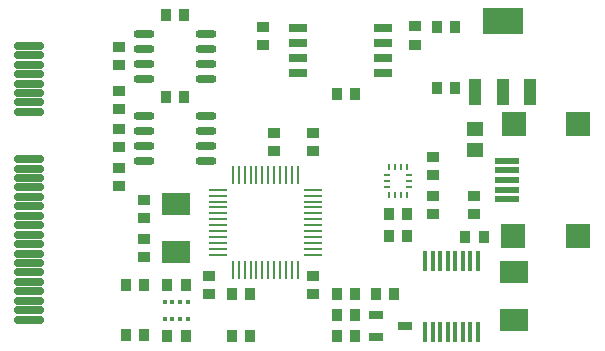
<source format=gbp>
G04*
G04 #@! TF.GenerationSoftware,Altium Limited,Altium Designer,19.0.4 (130)*
G04*
G04 Layer_Color=128*
%FSLAX25Y25*%
%MOIN*%
G70*
G01*
G75*
%ADD17R,0.03858X0.03661*%
%ADD19R,0.03661X0.03858*%
G04:AMPARAMS|DCode=24|XSize=23.62mil|YSize=100.39mil|CornerRadius=0mil|HoleSize=0mil|Usage=FLASHONLY|Rotation=270.000|XOffset=0mil|YOffset=0mil|HoleType=Round|Shape=Octagon|*
%AMOCTAGOND24*
4,1,8,0.05020,0.00591,0.05020,-0.00591,0.04429,-0.01181,-0.04429,-0.01181,-0.05020,-0.00591,-0.05020,0.00591,-0.04429,0.01181,0.04429,0.01181,0.05020,0.00591,0.0*
%
%ADD24OCTAGOND24*%

%ADD54R,0.01600X0.07100*%
%ADD55R,0.04921X0.02756*%
%ADD56R,0.09449X0.07480*%
%ADD57R,0.06496X0.02559*%
%ADD58R,0.05787X0.04567*%
%ADD59O,0.07087X0.02756*%
%ADD60R,0.00984X0.01870*%
%ADD61R,0.01870X0.00984*%
%ADD62R,0.01772X0.01772*%
%ADD63R,0.07874X0.07874*%
%ADD64R,0.08000X0.07874*%
%ADD65R,0.07874X0.02047*%
%ADD66R,0.03937X0.08661*%
%ADD67R,0.13780X0.08661*%
%ADD68O,0.00984X0.06102*%
%ADD69O,0.06102X0.00984*%
%ADD70R,0.09449X0.07480*%
D17*
X153937Y53898D02*
D03*
Y47835D02*
D03*
X140284Y47835D02*
D03*
Y53898D02*
D03*
X35339Y82906D02*
D03*
Y88968D02*
D03*
Y76118D02*
D03*
Y70055D02*
D03*
Y103425D02*
D03*
Y97362D02*
D03*
X140284Y60953D02*
D03*
Y67016D02*
D03*
X43638Y39441D02*
D03*
Y33378D02*
D03*
X87275Y68717D02*
D03*
Y74779D02*
D03*
X100126Y21150D02*
D03*
Y27213D02*
D03*
Y68803D02*
D03*
Y74866D02*
D03*
X65323Y27213D02*
D03*
Y21150D02*
D03*
X43638Y52559D02*
D03*
Y46496D02*
D03*
X35339Y63268D02*
D03*
Y57205D02*
D03*
X83528Y110205D02*
D03*
Y104142D02*
D03*
X134065Y110386D02*
D03*
Y104323D02*
D03*
D19*
X79063Y21150D02*
D03*
X73000D02*
D03*
X73000Y7228D02*
D03*
X79063D02*
D03*
X150906Y40291D02*
D03*
X156968D02*
D03*
X114268Y21283D02*
D03*
X108205D02*
D03*
X121189Y21150D02*
D03*
X127252D02*
D03*
X108205Y7228D02*
D03*
X114268D02*
D03*
X114268Y14256D02*
D03*
X108205D02*
D03*
X131535Y40480D02*
D03*
X125472D02*
D03*
X131535Y47921D02*
D03*
X125472D02*
D03*
X51047Y114047D02*
D03*
X57110D02*
D03*
X51047Y86740D02*
D03*
X57110D02*
D03*
X57646Y24094D02*
D03*
X51583D02*
D03*
X43724D02*
D03*
X37661D02*
D03*
X43724Y7496D02*
D03*
X37661D02*
D03*
X57646Y7228D02*
D03*
X51583D02*
D03*
X147512Y89850D02*
D03*
X141449D02*
D03*
X147512Y110299D02*
D03*
X141449D02*
D03*
X114134Y87811D02*
D03*
X108071D02*
D03*
D24*
X5622Y81897D02*
D03*
Y103953D02*
D03*
Y100802D02*
D03*
Y97651D02*
D03*
Y94500D02*
D03*
Y91349D02*
D03*
Y88198D02*
D03*
Y85047D02*
D03*
Y66158D02*
D03*
Y12614D02*
D03*
Y44111D02*
D03*
Y47260D02*
D03*
Y50410D02*
D03*
Y53560D02*
D03*
Y56709D02*
D03*
Y59859D02*
D03*
Y63009D02*
D03*
Y40961D02*
D03*
Y18914D02*
D03*
Y22063D02*
D03*
Y25213D02*
D03*
Y28363D02*
D03*
Y31512D02*
D03*
Y34662D02*
D03*
Y37811D02*
D03*
Y15764D02*
D03*
D54*
X155057Y32157D02*
D03*
X152557D02*
D03*
X150057D02*
D03*
X147557D02*
D03*
X145057D02*
D03*
X142557D02*
D03*
X140057D02*
D03*
X137557D02*
D03*
Y8535D02*
D03*
X140057D02*
D03*
X142557D02*
D03*
X145057D02*
D03*
X147557D02*
D03*
X150057D02*
D03*
X152557D02*
D03*
X155057D02*
D03*
D55*
X121039Y6701D02*
D03*
Y14181D02*
D03*
X130882Y10441D02*
D03*
D56*
X167271Y28528D02*
D03*
Y12386D02*
D03*
D57*
X95063Y109996D02*
D03*
Y104996D02*
D03*
Y99996D02*
D03*
Y94996D02*
D03*
X123409D02*
D03*
Y99996D02*
D03*
Y104996D02*
D03*
Y109996D02*
D03*
D58*
X154205Y76308D02*
D03*
Y69300D02*
D03*
D59*
X43843Y92894D02*
D03*
Y97894D02*
D03*
Y102894D02*
D03*
Y107894D02*
D03*
X64315Y92894D02*
D03*
Y97894D02*
D03*
Y102894D02*
D03*
Y107894D02*
D03*
X43843Y65587D02*
D03*
Y70587D02*
D03*
Y75586D02*
D03*
Y80586D02*
D03*
X64315Y65587D02*
D03*
Y70587D02*
D03*
Y75586D02*
D03*
Y80586D02*
D03*
D60*
X125551Y63474D02*
D03*
X127520D02*
D03*
X129488D02*
D03*
X131457D02*
D03*
Y54321D02*
D03*
X129488D02*
D03*
X127520D02*
D03*
X125551D02*
D03*
D61*
X132097Y60866D02*
D03*
Y58898D02*
D03*
Y56929D02*
D03*
X124911D02*
D03*
Y58898D02*
D03*
Y60866D02*
D03*
D62*
X50641Y18587D02*
D03*
X53200D02*
D03*
X55759D02*
D03*
X58318D02*
D03*
Y12878D02*
D03*
X55759D02*
D03*
X53200D02*
D03*
X50641D02*
D03*
D63*
X167023Y77850D02*
D03*
X188614D02*
D03*
D64*
X166960Y40480D02*
D03*
X188614D02*
D03*
D65*
X164844Y55965D02*
D03*
Y59165D02*
D03*
Y62365D02*
D03*
Y65565D02*
D03*
Y52765D02*
D03*
D66*
X172362Y88583D02*
D03*
X163307D02*
D03*
X154252D02*
D03*
D67*
X163307Y112205D02*
D03*
D68*
X73416Y29263D02*
D03*
X75384D02*
D03*
X77353D02*
D03*
X79321D02*
D03*
X81290D02*
D03*
X83258D02*
D03*
X85227D02*
D03*
X87195D02*
D03*
X89164D02*
D03*
X91132D02*
D03*
X93101D02*
D03*
X95069D02*
D03*
Y60956D02*
D03*
X93101D02*
D03*
X91132D02*
D03*
X89164D02*
D03*
X87195D02*
D03*
X85227D02*
D03*
X83258D02*
D03*
X81290D02*
D03*
X79321D02*
D03*
X77353D02*
D03*
X75384D02*
D03*
X73416D02*
D03*
D69*
X100089Y34283D02*
D03*
Y36251D02*
D03*
Y38220D02*
D03*
Y40188D02*
D03*
Y42157D02*
D03*
Y44125D02*
D03*
Y46094D02*
D03*
Y48062D02*
D03*
Y50031D02*
D03*
Y51999D02*
D03*
Y53968D02*
D03*
Y55936D02*
D03*
X68396D02*
D03*
Y53968D02*
D03*
Y51999D02*
D03*
Y50031D02*
D03*
Y48062D02*
D03*
Y46094D02*
D03*
Y44125D02*
D03*
Y42157D02*
D03*
Y40188D02*
D03*
Y38220D02*
D03*
Y36251D02*
D03*
Y34283D02*
D03*
D70*
X54347Y35032D02*
D03*
Y51173D02*
D03*
M02*

</source>
